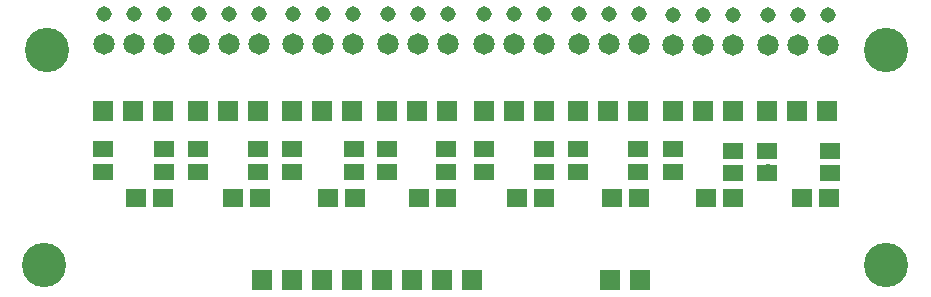
<source format=gts>
G04 DesignSpark PCB Gerber Version 12.0 Build 5942*
%FSLAX35Y35*%
%MOMM*%
%ADD27R,1.68400X1.68400*%
%ADD26C,1.31000*%
%ADD22C,1.37920*%
%ADD25C,1.81000*%
%ADD23C,3.75000*%
%ADD24R,1.68400X1.45540*%
%ADD28R,1.68400X1.55700*%
X0Y0D02*
D02*
D22*
X42650000Y45515000D03*
X43450000D03*
X44250000D03*
X45050000D03*
X45880000D03*
X46670000D03*
X47480000D03*
X48280000D03*
D02*
D23*
X42150000Y44735000D03*
X42170000Y46555000D03*
X49280000Y44735000D03*
Y46555000D03*
D02*
D24*
X42650000Y45519750D03*
Y45710250D03*
X43160000Y45519750D03*
Y45710250D03*
X43450000Y45519750D03*
Y45710250D03*
X43960000Y45519750D03*
Y45710250D03*
X44250000Y45519750D03*
Y45710250D03*
X44770000Y45519750D03*
Y45710250D03*
X45050000Y45519750D03*
Y45710250D03*
X45550000Y45519750D03*
Y45710250D03*
X45870000Y45519750D03*
Y45710250D03*
X46380000Y45519750D03*
Y45710250D03*
X46670000Y45519750D03*
Y45710250D03*
X47180000Y45519750D03*
Y45710250D03*
X47470000Y45519750D03*
Y45710250D03*
X47980000Y45509750D03*
Y45700250D03*
X48270000Y45509750D03*
Y45700250D03*
X48800000Y45509750D03*
Y45700250D03*
D02*
D25*
X42656000Y46601000D03*
X42910000D03*
X43164000D03*
X43456000D03*
X43710000D03*
X43964000D03*
X44256000D03*
X44510000D03*
X44764000D03*
X45056000D03*
X45310000D03*
X45564000D03*
X45876000D03*
X46130000D03*
X46384000D03*
X46676000D03*
X46930000D03*
X47184000D03*
X47476000Y46591000D03*
X47730000D03*
X47984000D03*
X48276000D03*
X48530000D03*
X48784000D03*
D02*
D26*
X42656000Y46855000D03*
X42910000D03*
X43164000D03*
X43456000D03*
X43710000D03*
X43964000D03*
X44256000D03*
X44510000D03*
X44764000D03*
X45056000D03*
X45310000D03*
X45564000D03*
X45876000D03*
X46130000D03*
X46384000D03*
X46676000D03*
X46930000D03*
X47184000D03*
X47476000Y46845000D03*
X47730000D03*
X47984000D03*
X48276000D03*
X48530000D03*
X48784000D03*
D02*
D27*
X42650000Y46035000D03*
X42904000D03*
X43158000D03*
X43450000D03*
X43704000D03*
X43958000D03*
X43990000Y44605000D03*
X44244000D03*
X44250000Y46035000D03*
X44498000Y44605000D03*
X44504000Y46035000D03*
X44752000Y44605000D03*
X44758000Y46035000D03*
X45006000Y44605000D03*
X45050000Y46035000D03*
X45260000Y44605000D03*
X45304000Y46035000D03*
X45514000Y44605000D03*
X45558000Y46035000D03*
X45768000Y44605000D03*
X45870000Y46035000D03*
X46124000D03*
X46378000D03*
X46670000D03*
X46924000D03*
X46940000Y44605000D03*
X47178000Y46035000D03*
X47194000Y44605000D03*
X47470000Y46035000D03*
X47724000D03*
X47978000D03*
X48270000D03*
X48524000D03*
X48778000D03*
D02*
D28*
X42925700Y45295000D03*
X43154300D03*
X43745700D03*
X43974300D03*
X44555700D03*
X44784300D03*
X45325700D03*
X45554300D03*
X46155700D03*
X46384300D03*
X46955700D03*
X47184300D03*
X47755700D03*
X47984300D03*
X48565700D03*
X48794300D03*
X0Y0D02*
M02*

</source>
